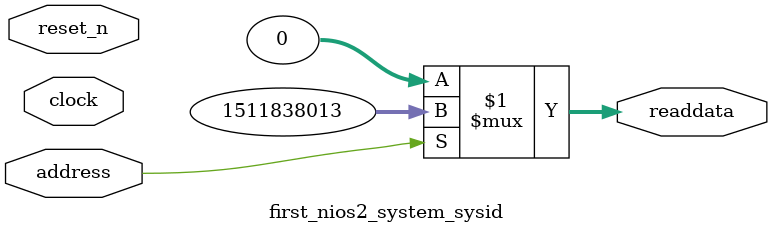
<source format=v>



// synthesis translate_off
`timescale 1ns / 1ps
// synthesis translate_on

// turn off superfluous verilog processor warnings 
// altera message_level Level1 
// altera message_off 10034 10035 10036 10037 10230 10240 10030 

module first_nios2_system_sysid (
               // inputs:
                address,
                clock,
                reset_n,

               // outputs:
                readdata
             )
;

  output  [ 31: 0] readdata;
  input            address;
  input            clock;
  input            reset_n;

  wire    [ 31: 0] readdata;
  //control_slave, which is an e_avalon_slave
  assign readdata = address ? 1511838013 : 0;

endmodule



</source>
